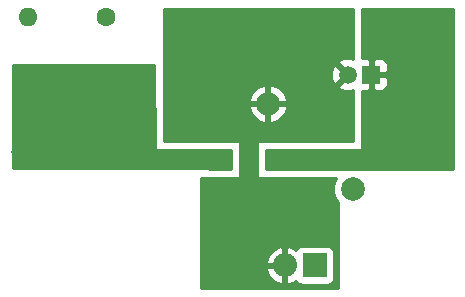
<source format=gbl>
G04 #@! TF.FileFunction,Copper,L2,Bot,Signal*
%FSLAX46Y46*%
G04 Gerber Fmt 4.6, Leading zero omitted, Abs format (unit mm)*
G04 Created by KiCad (PCBNEW 0.201503261001+5536~22~ubuntu14.04.1-product) date Mon 30 Mar 2015 17:17:34 CEST*
%MOMM*%
G01*
G04 APERTURE LIST*
%ADD10C,0.100000*%
%ADD11R,2.032000X2.032000*%
%ADD12O,2.032000X2.032000*%
%ADD13R,1.500000X1.500000*%
%ADD14C,1.500000*%
%ADD15C,1.600000*%
%ADD16O,1.600000X1.600000*%
%ADD17C,1.998980*%
%ADD18C,0.685800*%
%ADD19C,0.152400*%
%ADD20C,0.254000*%
G04 APERTURE END LIST*
D10*
D11*
X113385600Y-81483200D03*
D12*
X110845600Y-81483200D03*
D13*
X118154200Y-65328800D03*
D14*
X116154200Y-65328800D03*
D15*
X95730600Y-60490100D03*
D16*
X89130600Y-60490100D03*
D17*
X109412498Y-67819998D03*
X116596702Y-75004202D03*
D18*
X112141000Y-64770000D03*
X112141000Y-62738000D03*
X112141000Y-60452000D03*
X103886000Y-67310000D03*
X103886000Y-64770000D03*
X103886000Y-62738000D03*
X112395000Y-67310000D03*
X112268000Y-69723000D03*
X110363000Y-69723000D03*
X104521000Y-69723000D03*
X106553000Y-69723000D03*
X106553000Y-67310000D03*
X101092000Y-67437000D03*
X101092000Y-64770000D03*
X106553000Y-64770000D03*
X109601000Y-64770000D03*
X114173000Y-64770000D03*
X114173000Y-62738000D03*
X109601000Y-62738000D03*
X106553000Y-62738000D03*
X101092000Y-62738000D03*
X101092000Y-60452000D03*
X106553000Y-60452000D03*
X109601000Y-60452000D03*
X114173000Y-60452000D03*
X116205000Y-60452000D03*
X116205000Y-62738000D03*
X111379000Y-79375000D03*
X108839000Y-82931000D03*
X104648000Y-82931000D03*
X104648000Y-81153000D03*
X108839000Y-81153000D03*
X108839000Y-79375000D03*
X106680000Y-79375000D03*
X104648000Y-79375000D03*
X104648000Y-77343000D03*
X105537000Y-76200000D03*
X106680000Y-82931000D03*
X107823000Y-70739000D03*
X107823000Y-72644000D03*
X107823000Y-74803000D03*
X103886000Y-60452000D03*
X114173000Y-70612000D03*
X106680000Y-81153000D03*
X88265000Y-65278000D03*
X97663000Y-65024000D03*
X99187000Y-65024000D03*
X99187000Y-66421000D03*
X97663000Y-66421000D03*
X97663000Y-67691000D03*
X99187000Y-67818000D03*
X94869000Y-65024000D03*
X96266000Y-65024000D03*
X96266000Y-66421000D03*
X96266000Y-67691000D03*
X96266000Y-69850000D03*
X96139000Y-70993000D03*
X99695000Y-72517000D03*
X101473000Y-72517000D03*
X103124000Y-72517000D03*
X89154000Y-72517000D03*
X97663000Y-72517000D03*
X96266000Y-72517000D03*
X94869000Y-72517000D03*
X93345000Y-72517000D03*
X91948000Y-72517000D03*
X90551000Y-72517000D03*
X88011000Y-71882000D03*
X124587000Y-71628000D03*
X122428000Y-71628000D03*
X120142000Y-71628000D03*
X118110000Y-71628000D03*
X116205000Y-72644000D03*
X114173000Y-72644000D03*
X112522000Y-72644000D03*
X124587000Y-69723000D03*
X122428000Y-69723000D03*
X122428000Y-67310000D03*
X124587000Y-67310000D03*
X124587000Y-64770000D03*
X122428000Y-64770000D03*
X120142000Y-64770000D03*
X120142000Y-62738000D03*
X122428000Y-62738000D03*
X124587000Y-62738000D03*
X124587000Y-60452000D03*
X122428000Y-60452000D03*
X120142000Y-60452000D03*
X118110000Y-60452000D03*
X118110000Y-62738000D03*
X119126000Y-72898000D03*
X121285000Y-72898000D03*
X123571000Y-73025000D03*
D19*
X112147614Y-64654264D02*
X112147614Y-64763386D01*
X112147614Y-64763386D02*
X112141000Y-64770000D01*
X112141000Y-60325000D02*
X112141000Y-60452000D01*
X106553000Y-69723000D02*
X110363000Y-69723000D01*
X112395000Y-69596000D02*
X112395000Y-67310000D01*
X112268000Y-69723000D02*
X112395000Y-69596000D01*
X106553000Y-69723000D02*
X104521000Y-69723000D01*
X101219000Y-67310000D02*
X103886000Y-67310000D01*
X103886000Y-67310000D02*
X106553000Y-67310000D01*
X101092000Y-67437000D02*
X101219000Y-67310000D01*
X106172000Y-64770000D02*
X103886000Y-64770000D01*
X103886000Y-64770000D02*
X101092000Y-64770000D01*
X106553000Y-64770000D02*
X106172000Y-64770000D01*
X114046000Y-65024000D02*
X112147614Y-64654264D01*
X112147614Y-64654264D02*
X109601000Y-64770000D01*
X114173000Y-64770000D02*
X114046000Y-65024000D01*
X109601000Y-62738000D02*
X112141000Y-62738000D01*
X112141000Y-62738000D02*
X114173000Y-62738000D01*
X101092000Y-62738000D02*
X103886000Y-62738000D01*
X103886000Y-62738000D02*
X106553000Y-62738000D01*
X103886000Y-60452000D02*
X101092000Y-60452000D01*
X106553000Y-60452000D02*
X103886000Y-60452000D01*
X114173000Y-60452000D02*
X112141000Y-60325000D01*
X112141000Y-60325000D02*
X109601000Y-60452000D01*
X116205000Y-62738000D02*
X116205000Y-60452000D01*
X106680000Y-82931000D02*
X104648000Y-82931000D01*
X108839000Y-82931000D02*
X106680000Y-82931000D01*
X106680000Y-81153000D02*
X108839000Y-81153000D01*
X104648000Y-81153000D02*
X106680000Y-81153000D01*
X111379000Y-79375000D02*
X108839000Y-79375000D01*
X106680000Y-79375000D02*
X104648000Y-79375000D01*
X104648000Y-77343000D02*
X105537000Y-76454000D01*
X105537000Y-76454000D02*
X105537000Y-76200000D01*
X107823000Y-70739000D02*
X107823000Y-72644000D01*
X107823000Y-74803000D02*
X107823000Y-77216000D01*
X99187000Y-66421000D02*
X99187000Y-67818000D01*
X97663000Y-65024000D02*
X99187000Y-65024000D01*
X99187000Y-66421000D02*
X97663000Y-66421000D01*
X97663000Y-67691000D02*
X97790000Y-67818000D01*
X97790000Y-67818000D02*
X99187000Y-67818000D01*
X96266000Y-72517000D02*
X96393000Y-71247000D01*
X96266000Y-66421000D02*
X96266000Y-65024000D01*
X96139000Y-69723000D02*
X96266000Y-67691000D01*
X96266000Y-69850000D02*
X96139000Y-69723000D01*
X96393000Y-71247000D02*
X96139000Y-70993000D01*
X99314000Y-72136000D02*
X99695000Y-72517000D01*
X101473000Y-72517000D02*
X103124000Y-72517000D01*
X89154000Y-72517000D02*
X90551000Y-72517000D01*
X94869000Y-72517000D02*
X96266000Y-72517000D01*
X91948000Y-72517000D02*
X93345000Y-72517000D01*
X97663000Y-72517000D02*
X99314000Y-72136000D01*
X88646000Y-72517000D02*
X88011000Y-71882000D01*
X89154000Y-72517000D02*
X88646000Y-72517000D01*
X122428000Y-71628000D02*
X120142000Y-71628000D01*
X118110000Y-71628000D02*
X117094000Y-72644000D01*
X117094000Y-72644000D02*
X116205000Y-72644000D01*
X114173000Y-72644000D02*
X112522000Y-72644000D01*
X122428000Y-67310000D02*
X122428000Y-69723000D01*
X124587000Y-64770000D02*
X124587000Y-67310000D01*
X120142000Y-64770000D02*
X122428000Y-64770000D01*
X122428000Y-62738000D02*
X120142000Y-62738000D01*
X124587000Y-60452000D02*
X124587000Y-62738000D01*
X120142000Y-60452000D02*
X122428000Y-60452000D01*
X118110000Y-62738000D02*
X118110000Y-60452000D01*
X124587000Y-69723000D02*
X124587000Y-71628000D01*
X119126000Y-72898000D02*
X121285000Y-72898000D01*
D20*
G36*
X116586000Y-70993000D02*
X111033839Y-70993000D01*
X111033839Y-68205376D01*
X111033839Y-67434620D01*
X110762944Y-66843495D01*
X110286456Y-66401034D01*
X109797876Y-66198657D01*
X109539498Y-66317594D01*
X109539498Y-67692998D01*
X110914902Y-67692998D01*
X111033839Y-67434620D01*
X111033839Y-68205376D01*
X110914902Y-67946998D01*
X109539498Y-67946998D01*
X109539498Y-69322402D01*
X109797876Y-69441339D01*
X110389001Y-69170444D01*
X110831462Y-68693956D01*
X111033839Y-68205376D01*
X111033839Y-70993000D01*
X109285498Y-70993000D01*
X109285498Y-69322402D01*
X109285498Y-67946998D01*
X109285498Y-67692998D01*
X109285498Y-66317594D01*
X109027120Y-66198657D01*
X108435995Y-66469552D01*
X107993534Y-66946040D01*
X107791157Y-67434620D01*
X107910094Y-67692998D01*
X109285498Y-67692998D01*
X109285498Y-67946998D01*
X107910094Y-67946998D01*
X107791157Y-68205376D01*
X108062052Y-68796501D01*
X108538540Y-69238962D01*
X109027120Y-69441339D01*
X109285498Y-69322402D01*
X109285498Y-70993000D01*
X108483732Y-70993000D01*
X108475518Y-74130134D01*
X115194969Y-74117795D01*
X114962496Y-74677655D01*
X114961928Y-75327896D01*
X115210240Y-75928857D01*
X115386558Y-76105483D01*
X115367133Y-83390195D01*
X115049040Y-83395244D01*
X115049040Y-82499200D01*
X115049040Y-80467200D01*
X115002063Y-80225077D01*
X114862273Y-80012273D01*
X114651240Y-79869823D01*
X114401600Y-79819760D01*
X112369600Y-79819760D01*
X112127477Y-79866737D01*
X111914673Y-80006527D01*
X111806862Y-80166243D01*
X111710418Y-80076815D01*
X111228544Y-79877225D01*
X110972600Y-79996364D01*
X110972600Y-81356200D01*
X110992600Y-81356200D01*
X110992600Y-81610200D01*
X110972600Y-81610200D01*
X110972600Y-82970036D01*
X111228544Y-83089175D01*
X111710418Y-82889585D01*
X111807435Y-82799625D01*
X111908927Y-82954127D01*
X112119960Y-83096577D01*
X112369600Y-83146640D01*
X114401600Y-83146640D01*
X114643723Y-83099663D01*
X114856527Y-82959873D01*
X114998977Y-82748840D01*
X115049040Y-82499200D01*
X115049040Y-83395244D01*
X113892592Y-83413600D01*
X110718600Y-83413600D01*
X110718600Y-82970036D01*
X110718600Y-81610200D01*
X110718600Y-81356200D01*
X110718600Y-79996364D01*
X110462656Y-79877225D01*
X109980782Y-80076815D01*
X109508412Y-80514821D01*
X109239617Y-81100254D01*
X109358233Y-81356200D01*
X110718600Y-81356200D01*
X110718600Y-81610200D01*
X109358233Y-81610200D01*
X109239617Y-81866146D01*
X109508412Y-82451579D01*
X109980782Y-82889585D01*
X110462656Y-83089175D01*
X110718600Y-82970036D01*
X110718600Y-83413600D01*
X109117807Y-83413600D01*
X106400007Y-83439000D01*
X103780369Y-83439000D01*
X103733600Y-81989152D01*
X103733600Y-78968600D01*
X103733600Y-74068352D01*
X107061000Y-74119100D01*
X107061000Y-70993000D01*
X100584000Y-70993000D01*
X100584000Y-59740000D01*
X116586000Y-59740000D01*
X116586000Y-64012375D01*
X116359029Y-63931599D01*
X115808752Y-63959570D01*
X115430277Y-64116340D01*
X115362288Y-64357283D01*
X116154200Y-65149195D01*
X116168342Y-65135052D01*
X116347947Y-65314657D01*
X116333805Y-65328800D01*
X116347947Y-65342942D01*
X116168342Y-65522547D01*
X116154200Y-65508405D01*
X115974595Y-65688010D01*
X115974595Y-65328800D01*
X115182683Y-64536888D01*
X114941740Y-64604877D01*
X114756999Y-65123971D01*
X114784970Y-65674248D01*
X114941740Y-66052723D01*
X115182683Y-66120712D01*
X115974595Y-65328800D01*
X115974595Y-65688010D01*
X115362288Y-66300317D01*
X115430277Y-66541260D01*
X115949371Y-66726001D01*
X116499648Y-66698030D01*
X116586000Y-66662261D01*
X116586000Y-70993000D01*
X116586000Y-70993000D01*
G37*
X116586000Y-70993000D02*
X111033839Y-70993000D01*
X111033839Y-68205376D01*
X111033839Y-67434620D01*
X110762944Y-66843495D01*
X110286456Y-66401034D01*
X109797876Y-66198657D01*
X109539498Y-66317594D01*
X109539498Y-67692998D01*
X110914902Y-67692998D01*
X111033839Y-67434620D01*
X111033839Y-68205376D01*
X110914902Y-67946998D01*
X109539498Y-67946998D01*
X109539498Y-69322402D01*
X109797876Y-69441339D01*
X110389001Y-69170444D01*
X110831462Y-68693956D01*
X111033839Y-68205376D01*
X111033839Y-70993000D01*
X109285498Y-70993000D01*
X109285498Y-69322402D01*
X109285498Y-67946998D01*
X109285498Y-67692998D01*
X109285498Y-66317594D01*
X109027120Y-66198657D01*
X108435995Y-66469552D01*
X107993534Y-66946040D01*
X107791157Y-67434620D01*
X107910094Y-67692998D01*
X109285498Y-67692998D01*
X109285498Y-67946998D01*
X107910094Y-67946998D01*
X107791157Y-68205376D01*
X108062052Y-68796501D01*
X108538540Y-69238962D01*
X109027120Y-69441339D01*
X109285498Y-69322402D01*
X109285498Y-70993000D01*
X108483732Y-70993000D01*
X108475518Y-74130134D01*
X115194969Y-74117795D01*
X114962496Y-74677655D01*
X114961928Y-75327896D01*
X115210240Y-75928857D01*
X115386558Y-76105483D01*
X115367133Y-83390195D01*
X115049040Y-83395244D01*
X115049040Y-82499200D01*
X115049040Y-80467200D01*
X115002063Y-80225077D01*
X114862273Y-80012273D01*
X114651240Y-79869823D01*
X114401600Y-79819760D01*
X112369600Y-79819760D01*
X112127477Y-79866737D01*
X111914673Y-80006527D01*
X111806862Y-80166243D01*
X111710418Y-80076815D01*
X111228544Y-79877225D01*
X110972600Y-79996364D01*
X110972600Y-81356200D01*
X110992600Y-81356200D01*
X110992600Y-81610200D01*
X110972600Y-81610200D01*
X110972600Y-82970036D01*
X111228544Y-83089175D01*
X111710418Y-82889585D01*
X111807435Y-82799625D01*
X111908927Y-82954127D01*
X112119960Y-83096577D01*
X112369600Y-83146640D01*
X114401600Y-83146640D01*
X114643723Y-83099663D01*
X114856527Y-82959873D01*
X114998977Y-82748840D01*
X115049040Y-82499200D01*
X115049040Y-83395244D01*
X113892592Y-83413600D01*
X110718600Y-83413600D01*
X110718600Y-82970036D01*
X110718600Y-81610200D01*
X110718600Y-81356200D01*
X110718600Y-79996364D01*
X110462656Y-79877225D01*
X109980782Y-80076815D01*
X109508412Y-80514821D01*
X109239617Y-81100254D01*
X109358233Y-81356200D01*
X110718600Y-81356200D01*
X110718600Y-81610200D01*
X109358233Y-81610200D01*
X109239617Y-81866146D01*
X109508412Y-82451579D01*
X109980782Y-82889585D01*
X110462656Y-83089175D01*
X110718600Y-82970036D01*
X110718600Y-83413600D01*
X109117807Y-83413600D01*
X106400007Y-83439000D01*
X103780369Y-83439000D01*
X103733600Y-81989152D01*
X103733600Y-78968600D01*
X103733600Y-74068352D01*
X107061000Y-74119100D01*
X107061000Y-70993000D01*
X100584000Y-70993000D01*
X100584000Y-59740000D01*
X116586000Y-59740000D01*
X116586000Y-64012375D01*
X116359029Y-63931599D01*
X115808752Y-63959570D01*
X115430277Y-64116340D01*
X115362288Y-64357283D01*
X116154200Y-65149195D01*
X116168342Y-65135052D01*
X116347947Y-65314657D01*
X116333805Y-65328800D01*
X116347947Y-65342942D01*
X116168342Y-65522547D01*
X116154200Y-65508405D01*
X115974595Y-65688010D01*
X115974595Y-65328800D01*
X115182683Y-64536888D01*
X114941740Y-64604877D01*
X114756999Y-65123971D01*
X114784970Y-65674248D01*
X114941740Y-66052723D01*
X115182683Y-66120712D01*
X115974595Y-65328800D01*
X115974595Y-65688010D01*
X115362288Y-66300317D01*
X115430277Y-66541260D01*
X115949371Y-66726001D01*
X116499648Y-66698030D01*
X116586000Y-66662261D01*
X116586000Y-70993000D01*
G36*
X125045000Y-73329309D02*
X119539200Y-73324471D01*
X119539200Y-66205109D01*
X119539200Y-65614550D01*
X119539200Y-65043050D01*
X119539200Y-64452491D01*
X119442527Y-64219102D01*
X119263899Y-64040473D01*
X119030510Y-63943800D01*
X118777891Y-63943800D01*
X118439950Y-63943800D01*
X118281200Y-64102550D01*
X118281200Y-65201800D01*
X119380450Y-65201800D01*
X119539200Y-65043050D01*
X119539200Y-65614550D01*
X119380450Y-65455800D01*
X118281200Y-65455800D01*
X118281200Y-66555050D01*
X118439950Y-66713800D01*
X118777891Y-66713800D01*
X119030510Y-66713800D01*
X119263899Y-66617127D01*
X119442527Y-66438498D01*
X119539200Y-66205109D01*
X119539200Y-73324471D01*
X111277400Y-73317212D01*
X111277400Y-73302042D01*
X109245400Y-73304261D01*
X109245400Y-71755000D01*
X117348000Y-71755000D01*
X117348000Y-66713800D01*
X117530509Y-66713800D01*
X117868450Y-66713800D01*
X118027200Y-66555050D01*
X118027200Y-65455800D01*
X118007200Y-65455800D01*
X118007200Y-65201800D01*
X118027200Y-65201800D01*
X118027200Y-64102550D01*
X117868450Y-63943800D01*
X117530509Y-63943800D01*
X117348000Y-63943800D01*
X117348000Y-59740000D01*
X125045000Y-59740000D01*
X125045000Y-73329309D01*
X125045000Y-73329309D01*
G37*
X125045000Y-73329309D02*
X119539200Y-73324471D01*
X119539200Y-66205109D01*
X119539200Y-65614550D01*
X119539200Y-65043050D01*
X119539200Y-64452491D01*
X119442527Y-64219102D01*
X119263899Y-64040473D01*
X119030510Y-63943800D01*
X118777891Y-63943800D01*
X118439950Y-63943800D01*
X118281200Y-64102550D01*
X118281200Y-65201800D01*
X119380450Y-65201800D01*
X119539200Y-65043050D01*
X119539200Y-65614550D01*
X119380450Y-65455800D01*
X118281200Y-65455800D01*
X118281200Y-66555050D01*
X118439950Y-66713800D01*
X118777891Y-66713800D01*
X119030510Y-66713800D01*
X119263899Y-66617127D01*
X119442527Y-66438498D01*
X119539200Y-66205109D01*
X119539200Y-73324471D01*
X111277400Y-73317212D01*
X111277400Y-73302042D01*
X109245400Y-73304261D01*
X109245400Y-71755000D01*
X117348000Y-71755000D01*
X117348000Y-66713800D01*
X117530509Y-66713800D01*
X117868450Y-66713800D01*
X118027200Y-66555050D01*
X118027200Y-65455800D01*
X118007200Y-65455800D01*
X118007200Y-65201800D01*
X118027200Y-65201800D01*
X118027200Y-64102550D01*
X117868450Y-63943800D01*
X117530509Y-63943800D01*
X117348000Y-63943800D01*
X117348000Y-59740000D01*
X125045000Y-59740000D01*
X125045000Y-73329309D01*
G36*
X106299000Y-73291700D02*
X104394000Y-73291700D01*
X104394000Y-73279191D01*
X87807000Y-73254247D01*
X87807000Y-64490600D01*
X99797043Y-64490600D01*
X99822443Y-71755000D01*
X106299000Y-71755000D01*
X106299000Y-73291700D01*
X106299000Y-73291700D01*
G37*
X106299000Y-73291700D02*
X104394000Y-73291700D01*
X104394000Y-73279191D01*
X87807000Y-73254247D01*
X87807000Y-64490600D01*
X99797043Y-64490600D01*
X99822443Y-71755000D01*
X106299000Y-71755000D01*
X106299000Y-73291700D01*
M02*

</source>
